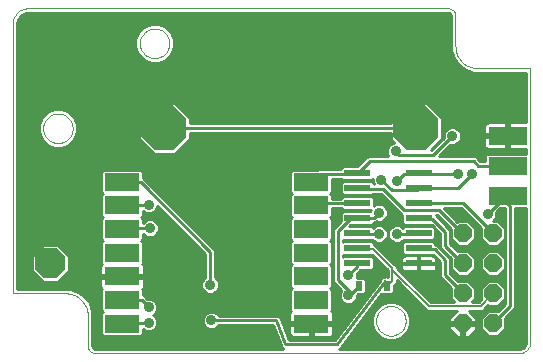
<source format=gbl>
G75*
%MOIN*%
%OFA0B0*%
%FSLAX24Y24*%
%IPPOS*%
%LPD*%
%AMOC8*
5,1,8,0,0,1.08239X$1,22.5*
%
%ADD10C,0.0000*%
%ADD11R,0.0870X0.0240*%
%ADD12OC8,0.1500*%
%ADD13R,0.1181X0.0591*%
%ADD14OC8,0.0600*%
%ADD15R,0.0248X0.0327*%
%ADD16OC8,0.1000*%
%ADD17R,0.1300X0.0600*%
%ADD18C,0.0100*%
%ADD19C,0.0356*%
%ADD20C,0.0080*%
%ADD21C,0.0360*%
D10*
X002650Y001400D02*
X002648Y001454D01*
X002642Y001507D01*
X002633Y001559D01*
X002620Y001611D01*
X002603Y001662D01*
X002582Y001712D01*
X002558Y001759D01*
X002531Y001805D01*
X002500Y001849D01*
X002467Y001891D01*
X002430Y001930D01*
X002391Y001967D01*
X002349Y002000D01*
X002305Y002031D01*
X002259Y002058D01*
X002212Y002082D01*
X002162Y002103D01*
X002111Y002120D01*
X002059Y002133D01*
X002007Y002142D01*
X001954Y002148D01*
X001900Y002150D01*
X000150Y002150D01*
X000150Y011256D01*
X000150Y011150D02*
X000152Y011194D01*
X000158Y011237D01*
X000167Y011279D01*
X000180Y011321D01*
X000197Y011361D01*
X000217Y011400D01*
X000240Y011437D01*
X000267Y011471D01*
X000296Y011504D01*
X000329Y011533D01*
X000363Y011560D01*
X000400Y011583D01*
X000439Y011603D01*
X000479Y011620D01*
X000521Y011633D01*
X000563Y011642D01*
X000606Y011648D01*
X000650Y011650D01*
X014650Y011650D01*
X014680Y011648D01*
X014710Y011643D01*
X014739Y011634D01*
X014766Y011621D01*
X014792Y011606D01*
X014816Y011587D01*
X014837Y011566D01*
X014856Y011542D01*
X014871Y011516D01*
X014884Y011489D01*
X014893Y011460D01*
X014898Y011430D01*
X014900Y011400D01*
X014900Y010400D01*
X014902Y010346D01*
X014908Y010293D01*
X014917Y010241D01*
X014930Y010189D01*
X014947Y010138D01*
X014968Y010088D01*
X014992Y010041D01*
X015019Y009995D01*
X015050Y009951D01*
X015083Y009909D01*
X015120Y009870D01*
X015159Y009833D01*
X015201Y009800D01*
X015245Y009769D01*
X015291Y009742D01*
X015338Y009718D01*
X015388Y009697D01*
X015439Y009680D01*
X015491Y009667D01*
X015543Y009658D01*
X015596Y009652D01*
X015650Y009650D01*
X017400Y009650D01*
X017400Y000544D01*
X017398Y000505D01*
X017392Y000467D01*
X017383Y000430D01*
X017370Y000393D01*
X017353Y000358D01*
X017334Y000325D01*
X017311Y000294D01*
X017285Y000265D01*
X017256Y000239D01*
X017225Y000216D01*
X017192Y000197D01*
X017157Y000180D01*
X017120Y000167D01*
X017083Y000158D01*
X017045Y000152D01*
X017006Y000150D01*
X017150Y000150D02*
X002900Y000150D01*
X002870Y000152D01*
X002840Y000157D01*
X002811Y000166D01*
X002784Y000179D01*
X002758Y000194D01*
X002734Y000213D01*
X002713Y000234D01*
X002694Y000258D01*
X002679Y000284D01*
X002666Y000311D01*
X002657Y000340D01*
X002652Y000370D01*
X002650Y000400D01*
X002650Y001400D01*
X001158Y007650D02*
X001160Y007694D01*
X001166Y007738D01*
X001176Y007781D01*
X001189Y007823D01*
X001207Y007863D01*
X001228Y007902D01*
X001252Y007939D01*
X001279Y007974D01*
X001310Y008006D01*
X001343Y008035D01*
X001379Y008061D01*
X001417Y008083D01*
X001457Y008102D01*
X001498Y008118D01*
X001541Y008130D01*
X001584Y008138D01*
X001628Y008142D01*
X001672Y008142D01*
X001716Y008138D01*
X001759Y008130D01*
X001802Y008118D01*
X001843Y008102D01*
X001883Y008083D01*
X001921Y008061D01*
X001957Y008035D01*
X001990Y008006D01*
X002021Y007974D01*
X002048Y007939D01*
X002072Y007902D01*
X002093Y007863D01*
X002111Y007823D01*
X002124Y007781D01*
X002134Y007738D01*
X002140Y007694D01*
X002142Y007650D01*
X002140Y007606D01*
X002134Y007562D01*
X002124Y007519D01*
X002111Y007477D01*
X002093Y007437D01*
X002072Y007398D01*
X002048Y007361D01*
X002021Y007326D01*
X001990Y007294D01*
X001957Y007265D01*
X001921Y007239D01*
X001883Y007217D01*
X001843Y007198D01*
X001802Y007182D01*
X001759Y007170D01*
X001716Y007162D01*
X001672Y007158D01*
X001628Y007158D01*
X001584Y007162D01*
X001541Y007170D01*
X001498Y007182D01*
X001457Y007198D01*
X001417Y007217D01*
X001379Y007239D01*
X001343Y007265D01*
X001310Y007294D01*
X001279Y007326D01*
X001252Y007361D01*
X001228Y007398D01*
X001207Y007437D01*
X001189Y007477D01*
X001176Y007519D01*
X001166Y007562D01*
X001160Y007606D01*
X001158Y007650D01*
X004382Y010485D02*
X004384Y010529D01*
X004390Y010573D01*
X004400Y010616D01*
X004413Y010658D01*
X004431Y010698D01*
X004452Y010737D01*
X004476Y010774D01*
X004503Y010809D01*
X004534Y010841D01*
X004567Y010870D01*
X004603Y010896D01*
X004641Y010918D01*
X004681Y010937D01*
X004722Y010953D01*
X004765Y010965D01*
X004808Y010973D01*
X004852Y010977D01*
X004896Y010977D01*
X004940Y010973D01*
X004983Y010965D01*
X005026Y010953D01*
X005067Y010937D01*
X005107Y010918D01*
X005145Y010896D01*
X005181Y010870D01*
X005214Y010841D01*
X005245Y010809D01*
X005272Y010774D01*
X005296Y010737D01*
X005317Y010698D01*
X005335Y010658D01*
X005348Y010616D01*
X005358Y010573D01*
X005364Y010529D01*
X005366Y010485D01*
X005364Y010441D01*
X005358Y010397D01*
X005348Y010354D01*
X005335Y010312D01*
X005317Y010272D01*
X005296Y010233D01*
X005272Y010196D01*
X005245Y010161D01*
X005214Y010129D01*
X005181Y010100D01*
X005145Y010074D01*
X005107Y010052D01*
X005067Y010033D01*
X005026Y010017D01*
X004983Y010005D01*
X004940Y009997D01*
X004896Y009993D01*
X004852Y009993D01*
X004808Y009997D01*
X004765Y010005D01*
X004722Y010017D01*
X004681Y010033D01*
X004641Y010052D01*
X004603Y010074D01*
X004567Y010100D01*
X004534Y010129D01*
X004503Y010161D01*
X004476Y010196D01*
X004452Y010233D01*
X004431Y010272D01*
X004413Y010312D01*
X004400Y010354D01*
X004390Y010397D01*
X004384Y010441D01*
X004382Y010485D01*
X012256Y001233D02*
X012258Y001277D01*
X012264Y001321D01*
X012274Y001364D01*
X012287Y001406D01*
X012305Y001446D01*
X012326Y001485D01*
X012350Y001522D01*
X012377Y001557D01*
X012408Y001589D01*
X012441Y001618D01*
X012477Y001644D01*
X012515Y001666D01*
X012555Y001685D01*
X012596Y001701D01*
X012639Y001713D01*
X012682Y001721D01*
X012726Y001725D01*
X012770Y001725D01*
X012814Y001721D01*
X012857Y001713D01*
X012900Y001701D01*
X012941Y001685D01*
X012981Y001666D01*
X013019Y001644D01*
X013055Y001618D01*
X013088Y001589D01*
X013119Y001557D01*
X013146Y001522D01*
X013170Y001485D01*
X013191Y001446D01*
X013209Y001406D01*
X013222Y001364D01*
X013232Y001321D01*
X013238Y001277D01*
X013240Y001233D01*
X013238Y001189D01*
X013232Y001145D01*
X013222Y001102D01*
X013209Y001060D01*
X013191Y001020D01*
X013170Y000981D01*
X013146Y000944D01*
X013119Y000909D01*
X013088Y000877D01*
X013055Y000848D01*
X013019Y000822D01*
X012981Y000800D01*
X012941Y000781D01*
X012900Y000765D01*
X012857Y000753D01*
X012814Y000745D01*
X012770Y000741D01*
X012726Y000741D01*
X012682Y000745D01*
X012639Y000753D01*
X012596Y000765D01*
X012555Y000781D01*
X012515Y000800D01*
X012477Y000822D01*
X012441Y000848D01*
X012408Y000877D01*
X012377Y000909D01*
X012350Y000944D01*
X012326Y000981D01*
X012305Y001020D01*
X012287Y001060D01*
X012274Y001102D01*
X012264Y001145D01*
X012258Y001189D01*
X012256Y001233D01*
D11*
X011625Y003150D03*
X011625Y003650D03*
X011625Y004150D03*
X011625Y004650D03*
X011625Y005150D03*
X011625Y005650D03*
X011625Y006150D03*
X013675Y006150D03*
X013675Y005650D03*
X013675Y005150D03*
X013675Y004650D03*
X013675Y004150D03*
X013675Y003650D03*
X013675Y003150D03*
D12*
X013600Y007650D03*
X005200Y007650D03*
D13*
X003788Y005869D03*
X003788Y005081D03*
X003788Y004294D03*
X003788Y003506D03*
X003788Y002719D03*
X003788Y001931D03*
X003788Y001144D03*
X010087Y001144D03*
X010087Y001931D03*
X010087Y002719D03*
X010087Y003506D03*
X010087Y004294D03*
X010087Y005081D03*
X010087Y005869D03*
D14*
X015150Y004150D03*
X016150Y004150D03*
X016150Y003150D03*
X015150Y003150D03*
X015150Y002150D03*
X016150Y002150D03*
X016150Y001150D03*
X015150Y001150D03*
D15*
X012603Y002400D03*
X011697Y002400D03*
D16*
X001400Y003150D03*
D17*
X016650Y005400D03*
X016650Y006400D03*
X016650Y007400D03*
D18*
X016650Y008650D01*
X017250Y008621D02*
X000300Y008621D01*
X000300Y008523D02*
X017250Y008523D01*
X017250Y008424D02*
X014042Y008424D01*
X013956Y008510D02*
X013244Y008510D01*
X012740Y008006D01*
X012740Y007830D01*
X006060Y007830D01*
X006060Y008006D01*
X005556Y008510D01*
X004844Y008510D01*
X004340Y008006D01*
X004340Y007294D01*
X004844Y006790D01*
X005556Y006790D01*
X006060Y007294D01*
X006060Y007510D01*
X012740Y007510D01*
X012740Y007294D01*
X012861Y007172D01*
X012848Y007172D01*
X012742Y007128D01*
X012660Y007047D01*
X012616Y006940D01*
X012616Y006825D01*
X012656Y006727D01*
X011973Y006727D01*
X011626Y006380D01*
X011144Y006380D01*
X011080Y006316D01*
X011080Y006294D01*
X010320Y006294D01*
X010299Y006274D01*
X009451Y006274D01*
X009386Y006209D01*
X009386Y005528D01*
X009439Y005475D01*
X009386Y005422D01*
X009386Y004740D01*
X009439Y004687D01*
X009386Y004635D01*
X009386Y003953D01*
X009439Y003900D01*
X009386Y003847D01*
X009386Y003165D01*
X009439Y003113D01*
X009386Y003060D01*
X009386Y002378D01*
X009439Y002325D01*
X009386Y002272D01*
X009386Y001591D01*
X009413Y001564D01*
X009404Y001559D01*
X009376Y001531D01*
X009357Y001497D01*
X009346Y001459D01*
X009346Y001194D01*
X010037Y001194D01*
X010037Y001094D01*
X010137Y001094D01*
X010137Y000699D01*
X010697Y000699D01*
X010735Y000709D01*
X010770Y000729D01*
X010798Y000757D01*
X010817Y000791D01*
X010828Y000829D01*
X010828Y001094D01*
X010137Y001094D01*
X010137Y001194D01*
X010828Y001194D01*
X010828Y001459D01*
X010817Y001497D01*
X010798Y001531D01*
X010770Y001559D01*
X010761Y001564D01*
X010788Y001591D01*
X010788Y002272D01*
X010735Y002325D01*
X010788Y002378D01*
X010788Y003060D01*
X010735Y003113D01*
X010788Y003165D01*
X010788Y003847D01*
X010735Y003900D01*
X010788Y003953D01*
X010788Y004635D01*
X010735Y004687D01*
X010788Y004740D01*
X010788Y004990D01*
X011080Y004990D01*
X011080Y004984D01*
X011144Y004920D01*
X012076Y004920D01*
X012065Y004893D01*
X012065Y004880D01*
X011144Y004880D01*
X011080Y004816D01*
X011080Y004574D01*
X010817Y004311D01*
X010817Y002525D01*
X010910Y002431D01*
X010910Y002431D01*
X011092Y002250D01*
X011085Y002243D01*
X011041Y002137D01*
X011041Y002021D01*
X011085Y001915D01*
X011167Y001833D01*
X011273Y001789D01*
X011389Y001789D01*
X011495Y001833D01*
X011577Y001915D01*
X011621Y002021D01*
X011621Y002103D01*
X011644Y002127D01*
X011867Y002127D01*
X011931Y002191D01*
X011931Y002609D01*
X011867Y002673D01*
X011614Y002673D01*
X011621Y002691D01*
X011621Y002806D01*
X011619Y002810D01*
X011729Y002920D01*
X012106Y002920D01*
X012170Y002984D01*
X012170Y003316D01*
X012106Y003380D01*
X011144Y003380D01*
X011137Y003372D01*
X011137Y003428D01*
X011144Y003420D01*
X012106Y003420D01*
X012123Y003437D01*
X012638Y002923D01*
X012638Y002687D01*
X012636Y002688D01*
X012596Y002719D01*
X012579Y002717D01*
X012563Y002724D01*
X012515Y002708D01*
X012464Y002701D01*
X012454Y002687D01*
X012438Y002682D01*
X012433Y002673D01*
X012369Y002609D01*
X012369Y002576D01*
X010872Y000611D01*
X009341Y000611D01*
X009090Y001281D01*
X009090Y001319D01*
X009067Y001341D01*
X009056Y001371D01*
X009022Y001386D01*
X008996Y001412D01*
X008964Y001412D01*
X008935Y001425D01*
X008900Y001412D01*
X007012Y001412D01*
X007010Y001417D01*
X006928Y001498D01*
X006822Y001542D01*
X006706Y001542D01*
X006600Y001498D01*
X006518Y001417D01*
X006474Y001310D01*
X006474Y001195D01*
X006518Y001088D01*
X006600Y001007D01*
X006706Y000962D01*
X006822Y000962D01*
X006928Y001007D01*
X007010Y001088D01*
X007012Y001092D01*
X008819Y001092D01*
X009071Y000422D01*
X009071Y000385D01*
X009093Y000363D01*
X009104Y000333D01*
X009138Y000317D01*
X009156Y000300D01*
X002900Y000300D01*
X002874Y000303D01*
X002829Y000329D01*
X002803Y000374D01*
X002800Y000400D01*
X002800Y001543D01*
X002712Y001814D01*
X002544Y002044D01*
X002314Y002212D01*
X002314Y002212D01*
X002043Y002300D01*
X000300Y002300D01*
X000300Y011150D01*
X000307Y011218D01*
X000359Y011344D01*
X000456Y011441D01*
X000582Y011493D01*
X000650Y011500D01*
X014650Y011500D01*
X014676Y011497D01*
X014721Y011471D01*
X014747Y011426D01*
X014750Y011400D01*
X014750Y010257D01*
X014838Y009986D01*
X015006Y009756D01*
X015236Y009588D01*
X015236Y009588D01*
X015507Y009500D01*
X017250Y009500D01*
X017250Y007850D01*
X016700Y007850D01*
X016700Y007450D01*
X016600Y007450D01*
X016600Y007850D01*
X015980Y007850D01*
X015942Y007840D01*
X015908Y007820D01*
X015880Y007792D01*
X015860Y007758D01*
X015850Y007720D01*
X015850Y007450D01*
X016600Y007450D01*
X016600Y007350D01*
X016700Y007350D01*
X016700Y006950D01*
X017250Y006950D01*
X017250Y006810D01*
X015954Y006810D01*
X015890Y006746D01*
X015890Y006570D01*
X015728Y006570D01*
X015664Y006634D01*
X015571Y006727D01*
X014355Y006727D01*
X014734Y007106D01*
X014738Y007104D01*
X014853Y007104D01*
X014960Y007148D01*
X015042Y007230D01*
X015086Y007336D01*
X015086Y007452D01*
X015042Y007558D01*
X014960Y007640D01*
X014853Y007684D01*
X014738Y007684D01*
X014631Y007640D01*
X014550Y007558D01*
X014506Y007452D01*
X014506Y007336D01*
X014507Y007332D01*
X014099Y006924D01*
X014090Y006924D01*
X014460Y007294D01*
X014460Y008006D01*
X013956Y008510D01*
X014141Y008326D02*
X017250Y008326D01*
X017250Y008227D02*
X014239Y008227D01*
X014338Y008129D02*
X017250Y008129D01*
X017250Y008030D02*
X014436Y008030D01*
X014460Y007932D02*
X017250Y007932D01*
X016700Y007833D02*
X016600Y007833D01*
X016600Y007735D02*
X016700Y007735D01*
X016700Y007636D02*
X016600Y007636D01*
X016600Y007538D02*
X016700Y007538D01*
X016600Y007439D02*
X015086Y007439D01*
X015086Y007341D02*
X015850Y007341D01*
X015850Y007350D02*
X015850Y007080D01*
X015860Y007042D01*
X015880Y007008D01*
X015908Y006980D01*
X015942Y006960D01*
X015980Y006950D01*
X016600Y006950D01*
X016600Y007350D01*
X015850Y007350D01*
X015850Y007242D02*
X015047Y007242D01*
X014949Y007144D02*
X015850Y007144D01*
X015859Y007045D02*
X014673Y007045D01*
X014574Y006947D02*
X017250Y006947D01*
X017250Y006848D02*
X014476Y006848D01*
X014377Y006750D02*
X015894Y006750D01*
X015890Y006651D02*
X015647Y006651D01*
X015504Y006567D02*
X012040Y006567D01*
X011646Y006174D01*
X011625Y006150D01*
X011607Y006134D01*
X010386Y006134D01*
X010111Y005859D01*
X010087Y005869D01*
X009386Y005863D02*
X004624Y005863D01*
X004562Y005925D02*
X004488Y005999D01*
X004488Y006209D01*
X004424Y006274D01*
X003152Y006274D01*
X003087Y006209D01*
X003087Y005528D01*
X003140Y005475D01*
X003087Y005422D01*
X003087Y004740D01*
X003140Y004687D01*
X003087Y004635D01*
X003087Y003953D01*
X003140Y003900D01*
X003087Y003847D01*
X003087Y003165D01*
X003114Y003139D01*
X003105Y003134D01*
X003077Y003106D01*
X003057Y003072D01*
X003047Y003034D01*
X003047Y002769D01*
X003738Y002769D01*
X003738Y002669D01*
X003047Y002669D01*
X003047Y002404D01*
X003057Y002366D01*
X003077Y002332D01*
X003105Y002304D01*
X003114Y002299D01*
X003087Y002272D01*
X003087Y001591D01*
X003140Y001538D01*
X003087Y001485D01*
X003087Y000803D01*
X003152Y000739D01*
X004424Y000739D01*
X004488Y000803D01*
X004488Y000953D01*
X004513Y000928D01*
X004620Y000884D01*
X004735Y000884D01*
X004842Y000928D01*
X004923Y001009D01*
X004968Y001116D01*
X004968Y001231D01*
X004923Y001338D01*
X004842Y001419D01*
X004818Y001430D01*
X004842Y001440D01*
X004923Y001521D01*
X004968Y001628D01*
X004968Y001743D01*
X004923Y001850D01*
X004842Y001931D01*
X004735Y001975D01*
X004620Y001975D01*
X004616Y001974D01*
X004601Y001988D01*
X004508Y002082D01*
X004488Y002082D01*
X004488Y002272D01*
X004462Y002299D01*
X004470Y002304D01*
X004498Y002332D01*
X004518Y002366D01*
X004528Y002404D01*
X004528Y002669D01*
X003838Y002669D01*
X003838Y002769D01*
X004528Y002769D01*
X004528Y003034D01*
X004518Y003072D01*
X004498Y003106D01*
X004470Y003134D01*
X004462Y003139D01*
X004488Y003165D01*
X004488Y003847D01*
X004435Y003900D01*
X004488Y003953D01*
X004488Y004142D01*
X004553Y004077D01*
X004659Y004033D01*
X004775Y004033D01*
X004881Y004077D01*
X004963Y004159D01*
X005007Y004266D01*
X005007Y004381D01*
X004963Y004488D01*
X004881Y004569D01*
X004775Y004613D01*
X004659Y004613D01*
X004553Y004569D01*
X004488Y004505D01*
X004488Y004635D01*
X004435Y004687D01*
X004488Y004740D01*
X004488Y004890D01*
X004513Y004865D01*
X004620Y004821D01*
X004735Y004821D01*
X004842Y004865D01*
X004923Y004946D01*
X004968Y005053D01*
X004968Y005067D01*
X006565Y003470D01*
X006565Y002681D01*
X006561Y002679D01*
X006479Y002598D01*
X006435Y002491D01*
X006435Y002376D01*
X006479Y002269D01*
X006561Y002188D01*
X006667Y002143D01*
X006782Y002143D01*
X006889Y002188D01*
X006971Y002269D01*
X007015Y002376D01*
X007015Y002491D01*
X006971Y002598D01*
X006889Y002679D01*
X006885Y002681D01*
X006885Y003470D01*
X006885Y003602D01*
X004562Y005925D01*
X004525Y005962D02*
X009386Y005962D01*
X009386Y006060D02*
X004488Y006060D01*
X004488Y006159D02*
X009386Y006159D01*
X009434Y006257D02*
X004441Y006257D01*
X004402Y005859D02*
X003811Y005859D01*
X003788Y005869D01*
X004402Y005859D02*
X006725Y003536D01*
X006725Y002433D01*
X006459Y002317D02*
X004484Y002317D01*
X004488Y002219D02*
X006530Y002219D01*
X006435Y002416D02*
X004528Y002416D01*
X004528Y002514D02*
X006444Y002514D01*
X006494Y002613D02*
X004528Y002613D01*
X004528Y002810D02*
X006565Y002810D01*
X006565Y002908D02*
X004528Y002908D01*
X004528Y003007D02*
X006565Y003007D01*
X006565Y003105D02*
X004499Y003105D01*
X004488Y003204D02*
X006565Y003204D01*
X006565Y003302D02*
X004488Y003302D01*
X004488Y003401D02*
X006565Y003401D01*
X006535Y003499D02*
X004488Y003499D01*
X004488Y003598D02*
X006437Y003598D01*
X006338Y003696D02*
X004488Y003696D01*
X004488Y003795D02*
X006240Y003795D01*
X006141Y003893D02*
X004442Y003893D01*
X004488Y003992D02*
X006043Y003992D01*
X005944Y004090D02*
X004894Y004090D01*
X004975Y004189D02*
X005846Y004189D01*
X005747Y004287D02*
X005007Y004287D01*
X005005Y004386D02*
X005649Y004386D01*
X005550Y004484D02*
X004964Y004484D01*
X004849Y004583D02*
X005452Y004583D01*
X005353Y004681D02*
X004442Y004681D01*
X004488Y004583D02*
X004585Y004583D01*
X004488Y004780D02*
X005255Y004780D01*
X005156Y004878D02*
X004855Y004878D01*
X004936Y004977D02*
X005058Y004977D01*
X005313Y005174D02*
X009386Y005174D01*
X009386Y005272D02*
X005215Y005272D01*
X005116Y005371D02*
X009386Y005371D01*
X009434Y005469D02*
X005018Y005469D01*
X004919Y005568D02*
X009386Y005568D01*
X009386Y005666D02*
X004821Y005666D01*
X004722Y005765D02*
X009386Y005765D01*
X009386Y005075D02*
X005412Y005075D01*
X005510Y004977D02*
X009386Y004977D01*
X009386Y004878D02*
X005609Y004878D01*
X005707Y004780D02*
X009386Y004780D01*
X009433Y004681D02*
X005806Y004681D01*
X005904Y004583D02*
X009386Y004583D01*
X009386Y004484D02*
X006003Y004484D01*
X006101Y004386D02*
X009386Y004386D01*
X009386Y004287D02*
X006200Y004287D01*
X006298Y004189D02*
X009386Y004189D01*
X009386Y004090D02*
X006397Y004090D01*
X006495Y003992D02*
X009386Y003992D01*
X009432Y003893D02*
X006594Y003893D01*
X006692Y003795D02*
X009386Y003795D01*
X009386Y003696D02*
X006791Y003696D01*
X006885Y003598D02*
X009386Y003598D01*
X009386Y003499D02*
X006885Y003499D01*
X006885Y003401D02*
X009386Y003401D01*
X009386Y003302D02*
X006885Y003302D01*
X006885Y003204D02*
X009386Y003204D01*
X009432Y003105D02*
X006885Y003105D01*
X006885Y003007D02*
X009386Y003007D01*
X009386Y002908D02*
X006885Y002908D01*
X006885Y002810D02*
X009386Y002810D01*
X009386Y002711D02*
X006885Y002711D01*
X006956Y002613D02*
X009386Y002613D01*
X009386Y002514D02*
X007005Y002514D01*
X007015Y002416D02*
X009386Y002416D01*
X009431Y002317D02*
X006990Y002317D01*
X006920Y002219D02*
X009386Y002219D01*
X009386Y002120D02*
X004488Y002120D01*
X004568Y002022D02*
X009386Y002022D01*
X009386Y001923D02*
X004850Y001923D01*
X004934Y001825D02*
X009386Y001825D01*
X009386Y001726D02*
X004968Y001726D01*
X004967Y001628D02*
X009386Y001628D01*
X009375Y001529D02*
X006854Y001529D01*
X006996Y001431D02*
X009346Y001431D01*
X009346Y001332D02*
X009076Y001332D01*
X009108Y001234D02*
X009346Y001234D01*
X009346Y001094D02*
X009346Y000829D01*
X009357Y000791D01*
X009376Y000757D01*
X009404Y000729D01*
X009439Y000709D01*
X009477Y000699D01*
X010037Y000699D01*
X010037Y001094D01*
X009346Y001094D01*
X009346Y001037D02*
X009182Y001037D01*
X009145Y001135D02*
X010037Y001135D01*
X010037Y001037D02*
X010137Y001037D01*
X010137Y001135D02*
X011271Y001135D01*
X011196Y001037D02*
X010828Y001037D01*
X010828Y000938D02*
X011121Y000938D01*
X011046Y000840D02*
X010828Y000840D01*
X010782Y000741D02*
X010971Y000741D01*
X010896Y000643D02*
X009330Y000643D01*
X009293Y000741D02*
X009392Y000741D01*
X009346Y000840D02*
X009256Y000840D01*
X009219Y000938D02*
X009346Y000938D01*
X008951Y000741D02*
X004426Y000741D01*
X004488Y000840D02*
X008914Y000840D01*
X008877Y000938D02*
X004852Y000938D01*
X004935Y001037D02*
X006570Y001037D01*
X006499Y001135D02*
X004968Y001135D01*
X004967Y001234D02*
X006474Y001234D01*
X006483Y001332D02*
X004926Y001332D01*
X004820Y001431D02*
X006532Y001431D01*
X006674Y001529D02*
X004927Y001529D01*
X004678Y001685D02*
X004441Y001922D01*
X003811Y001922D01*
X003788Y001931D01*
X003087Y001923D02*
X002632Y001923D01*
X002561Y002022D02*
X003087Y002022D01*
X003087Y002120D02*
X002440Y002120D01*
X002544Y002044D02*
X002544Y002044D01*
X002544Y002044D01*
X002704Y001825D02*
X003087Y001825D01*
X003087Y001726D02*
X002740Y001726D01*
X002712Y001814D02*
X002712Y001814D01*
X002772Y001628D02*
X003087Y001628D01*
X003131Y001529D02*
X002800Y001529D01*
X002800Y001431D02*
X003087Y001431D01*
X003087Y001332D02*
X002800Y001332D01*
X002800Y001234D02*
X003087Y001234D01*
X003087Y001135D02*
X002800Y001135D01*
X002800Y001037D02*
X003087Y001037D01*
X003087Y000938D02*
X002800Y000938D01*
X002800Y000840D02*
X003087Y000840D01*
X003149Y000741D02*
X002800Y000741D01*
X002800Y000643D02*
X008988Y000643D01*
X009025Y000544D02*
X002800Y000544D01*
X002800Y000446D02*
X009062Y000446D01*
X009099Y000347D02*
X002819Y000347D01*
X003788Y001144D02*
X003811Y001174D01*
X004678Y001174D01*
X004503Y000938D02*
X004488Y000938D01*
X003087Y002219D02*
X002293Y002219D01*
X001653Y002540D02*
X002010Y002897D01*
X002010Y003403D01*
X001653Y003760D01*
X001147Y003760D01*
X000790Y003403D01*
X000790Y002897D01*
X001147Y002540D01*
X001653Y002540D01*
X001725Y002613D02*
X003047Y002613D01*
X003047Y002514D02*
X000300Y002514D01*
X000300Y002416D02*
X003047Y002416D01*
X003092Y002317D02*
X000300Y002317D01*
X000300Y002613D02*
X001075Y002613D01*
X000976Y002711D02*
X000300Y002711D01*
X000300Y002810D02*
X000878Y002810D01*
X000790Y002908D02*
X000300Y002908D01*
X000300Y003007D02*
X000790Y003007D01*
X000790Y003105D02*
X000300Y003105D01*
X000300Y003204D02*
X000790Y003204D01*
X000790Y003302D02*
X000300Y003302D01*
X000300Y003401D02*
X000790Y003401D01*
X000886Y003499D02*
X000300Y003499D01*
X000300Y003598D02*
X000985Y003598D01*
X001083Y003696D02*
X000300Y003696D01*
X000300Y003795D02*
X003087Y003795D01*
X003087Y003696D02*
X001717Y003696D01*
X001815Y003598D02*
X003087Y003598D01*
X003087Y003499D02*
X001914Y003499D01*
X002010Y003401D02*
X003087Y003401D01*
X003087Y003302D02*
X002010Y003302D01*
X002010Y003204D02*
X003087Y003204D01*
X003076Y003105D02*
X002010Y003105D01*
X002010Y003007D02*
X003047Y003007D01*
X003047Y002908D02*
X002010Y002908D01*
X001922Y002810D02*
X003047Y002810D01*
X003738Y002711D02*
X001824Y002711D01*
X003133Y003893D02*
X000300Y003893D01*
X000300Y003992D02*
X003087Y003992D01*
X003087Y004090D02*
X000300Y004090D01*
X000300Y004189D02*
X003087Y004189D01*
X003087Y004287D02*
X000300Y004287D01*
X000300Y004386D02*
X003087Y004386D01*
X003087Y004484D02*
X000300Y004484D01*
X000300Y004583D02*
X003087Y004583D01*
X003134Y004681D02*
X000300Y004681D01*
X000300Y004780D02*
X003087Y004780D01*
X003087Y004878D02*
X000300Y004878D01*
X000300Y004977D02*
X003087Y004977D01*
X003087Y005075D02*
X000300Y005075D01*
X000300Y005174D02*
X003087Y005174D01*
X003087Y005272D02*
X000300Y005272D01*
X000300Y005371D02*
X003087Y005371D01*
X003134Y005469D02*
X000300Y005469D01*
X000300Y005568D02*
X003087Y005568D01*
X003087Y005666D02*
X000300Y005666D01*
X000300Y005765D02*
X003087Y005765D01*
X003087Y005863D02*
X000300Y005863D01*
X000300Y005962D02*
X003087Y005962D01*
X003087Y006060D02*
X000300Y006060D01*
X000300Y006159D02*
X003087Y006159D01*
X003135Y006257D02*
X000300Y006257D01*
X000300Y006356D02*
X011120Y006356D01*
X011090Y005974D02*
X010788Y005974D01*
X010788Y005528D01*
X010735Y005475D01*
X010788Y005422D01*
X010788Y005310D01*
X011080Y005310D01*
X011080Y005316D01*
X011144Y005380D01*
X012106Y005380D01*
X012170Y005316D01*
X012170Y005060D01*
X012190Y005081D01*
X012297Y005125D01*
X012412Y005125D01*
X012519Y005081D01*
X012601Y004999D01*
X012645Y004893D01*
X012645Y004777D01*
X012601Y004671D01*
X012519Y004589D01*
X012412Y004545D01*
X012297Y004545D01*
X012293Y004547D01*
X012264Y004518D01*
X012170Y004518D01*
X012170Y004484D01*
X013130Y004484D01*
X013194Y004420D01*
X014118Y004420D01*
X014399Y004139D01*
X014399Y003666D01*
X014743Y003323D01*
X014740Y003320D01*
X014740Y002980D01*
X014980Y002740D01*
X015320Y002740D01*
X015560Y002980D01*
X015560Y003320D01*
X015320Y003560D01*
X014980Y003560D01*
X014969Y003549D01*
X014719Y003799D01*
X014719Y004271D01*
X014626Y004365D01*
X014237Y004754D01*
X014296Y004754D01*
X014740Y004310D01*
X014740Y003980D01*
X014980Y003740D01*
X015320Y003740D01*
X015560Y003980D01*
X015560Y004320D01*
X015320Y004560D01*
X014980Y004560D01*
X014961Y004541D01*
X014513Y004990D01*
X015084Y004990D01*
X015747Y004327D01*
X015740Y004320D01*
X015740Y003980D01*
X015980Y003740D01*
X016320Y003740D01*
X016560Y003980D01*
X016560Y004320D01*
X016320Y004560D01*
X016151Y004560D01*
X016223Y004631D01*
X016267Y004738D01*
X016267Y004853D01*
X016265Y004858D01*
X016397Y004990D01*
X016565Y004990D01*
X016565Y001791D01*
X016327Y001553D01*
X016320Y001560D01*
X015980Y001560D01*
X015740Y001320D01*
X015740Y000980D01*
X015980Y000740D01*
X016320Y000740D01*
X016560Y000980D01*
X016560Y001320D01*
X016553Y001327D01*
X016791Y001565D01*
X016885Y001659D01*
X016885Y004990D01*
X017250Y004990D01*
X017250Y000544D01*
X011223Y000544D01*
X011148Y000446D02*
X017224Y000446D01*
X017209Y000408D02*
X017142Y000341D01*
X017054Y000305D01*
X017006Y000300D01*
X011027Y000300D01*
X011038Y000301D01*
X011072Y000346D01*
X011111Y000385D01*
X011111Y000397D01*
X012431Y002129D01*
X012433Y002127D01*
X012772Y002127D01*
X012837Y002191D01*
X012837Y002388D01*
X012938Y002489D01*
X012938Y002583D01*
X013946Y001575D01*
X014938Y001575D01*
X014700Y001336D01*
X014700Y001200D01*
X015100Y001200D01*
X015100Y001100D01*
X015200Y001100D01*
X015200Y001200D01*
X015600Y001200D01*
X015600Y001336D01*
X015362Y001575D01*
X015803Y001575D01*
X015891Y001663D01*
X015974Y001746D01*
X015980Y001740D01*
X016320Y001740D01*
X016560Y001980D01*
X016560Y002320D01*
X016320Y002560D01*
X015980Y002560D01*
X015740Y002320D01*
X015740Y001980D01*
X015762Y001958D01*
X015678Y001875D01*
X015455Y001875D01*
X015560Y001980D01*
X015560Y002320D01*
X015320Y002560D01*
X014980Y002560D01*
X014977Y002557D01*
X014719Y002815D01*
X014719Y003327D01*
X014626Y003420D01*
X014271Y003775D01*
X014220Y003775D01*
X014220Y003816D01*
X014156Y003880D01*
X013194Y003880D01*
X013130Y003816D01*
X013130Y003484D01*
X013194Y003420D01*
X014156Y003420D01*
X014164Y003429D01*
X014399Y003194D01*
X014399Y002682D01*
X014751Y002331D01*
X014740Y002320D01*
X014740Y001980D01*
X014845Y001875D01*
X014070Y001875D01*
X012977Y002968D01*
X012938Y003007D01*
X012938Y003047D01*
X012850Y003135D01*
X012220Y003765D01*
X012170Y003765D01*
X012170Y003816D01*
X012106Y003880D01*
X011144Y003880D01*
X011137Y003872D01*
X011137Y003928D01*
X011144Y003920D01*
X012106Y003920D01*
X012128Y003943D01*
X012190Y003881D01*
X012297Y003836D01*
X012412Y003836D01*
X012519Y003881D01*
X012601Y003962D01*
X012645Y004069D01*
X012645Y004184D01*
X012601Y004291D01*
X012519Y004372D01*
X012412Y004416D01*
X012297Y004416D01*
X012190Y004372D01*
X012152Y004334D01*
X012106Y004380D01*
X011339Y004380D01*
X011379Y004420D01*
X012106Y004420D01*
X012170Y004484D01*
X012223Y004386D02*
X011344Y004386D01*
X011080Y004583D02*
X010788Y004583D01*
X010788Y004484D02*
X010990Y004484D01*
X010892Y004386D02*
X010788Y004386D01*
X010788Y004287D02*
X010817Y004287D01*
X010817Y004189D02*
X010788Y004189D01*
X010788Y004090D02*
X010817Y004090D01*
X010817Y003992D02*
X010788Y003992D01*
X010817Y003893D02*
X010742Y003893D01*
X010788Y003795D02*
X010817Y003795D01*
X010817Y003696D02*
X010788Y003696D01*
X010788Y003598D02*
X010817Y003598D01*
X010817Y003499D02*
X010788Y003499D01*
X010788Y003401D02*
X010817Y003401D01*
X010817Y003302D02*
X010788Y003302D01*
X010788Y003204D02*
X010817Y003204D01*
X010817Y003105D02*
X010742Y003105D01*
X010788Y003007D02*
X010817Y003007D01*
X010817Y002908D02*
X010788Y002908D01*
X010788Y002810D02*
X010817Y002810D01*
X010817Y002711D02*
X010788Y002711D01*
X010788Y002613D02*
X010817Y002613D01*
X010827Y002514D02*
X010788Y002514D01*
X010788Y002416D02*
X010926Y002416D01*
X011024Y002317D02*
X010743Y002317D01*
X010788Y002219D02*
X011075Y002219D01*
X011041Y002120D02*
X010788Y002120D01*
X010788Y002022D02*
X011041Y002022D01*
X011082Y001923D02*
X010788Y001923D01*
X010788Y001825D02*
X011188Y001825D01*
X011474Y001825D02*
X011796Y001825D01*
X011871Y001923D02*
X011580Y001923D01*
X011621Y002022D02*
X011947Y002022D01*
X012022Y002120D02*
X011638Y002120D01*
X011410Y002158D02*
X011331Y002079D01*
X011370Y002079D01*
X011685Y002394D01*
X011697Y002400D01*
X011931Y002416D02*
X012247Y002416D01*
X012322Y002514D02*
X011931Y002514D01*
X011928Y002613D02*
X012372Y002613D01*
X012433Y002673D02*
X012433Y002673D01*
X012524Y002711D02*
X011621Y002711D01*
X011620Y002810D02*
X012638Y002810D01*
X012638Y002908D02*
X011717Y002908D01*
X011607Y003024D02*
X011331Y002748D01*
X010977Y002591D02*
X010977Y004244D01*
X011370Y004638D01*
X011607Y004638D01*
X011625Y004650D01*
X011646Y004678D01*
X012197Y004678D01*
X012355Y004835D01*
X012605Y004681D02*
X013130Y004681D01*
X013130Y004754D02*
X013130Y004484D01*
X013130Y004583D02*
X012503Y004583D01*
X012487Y004386D02*
X012813Y004386D01*
X012781Y004372D02*
X012699Y004291D01*
X012655Y004184D01*
X012655Y004069D01*
X012699Y003962D01*
X012781Y003881D01*
X012888Y003836D01*
X013003Y003836D01*
X013110Y003881D01*
X013172Y003943D01*
X013194Y003920D01*
X014156Y003920D01*
X014220Y003984D01*
X014220Y004316D01*
X014156Y004380D01*
X013194Y004380D01*
X013148Y004334D01*
X013110Y004372D01*
X013003Y004416D01*
X012888Y004416D01*
X012781Y004372D01*
X012698Y004287D02*
X012602Y004287D01*
X012643Y004189D02*
X012657Y004189D01*
X012645Y004090D02*
X012655Y004090D01*
X012687Y003992D02*
X012613Y003992D01*
X012531Y003893D02*
X012769Y003893D01*
X012945Y004126D02*
X013654Y004126D01*
X013675Y004150D01*
X014153Y004386D02*
X013077Y004386D01*
X013115Y004754D02*
X013130Y004754D01*
X013115Y004754D02*
X013021Y004848D01*
X012407Y005462D01*
X012148Y005462D01*
X012106Y005420D01*
X011144Y005420D01*
X011080Y005484D01*
X011080Y005816D01*
X011144Y005880D01*
X012106Y005880D01*
X012170Y005816D01*
X012170Y005782D01*
X012184Y005782D01*
X012143Y005880D01*
X012143Y005958D01*
X012106Y005920D01*
X011144Y005920D01*
X011090Y005974D01*
X011103Y005962D02*
X010788Y005962D01*
X010788Y005863D02*
X011127Y005863D01*
X011080Y005765D02*
X010788Y005765D01*
X010788Y005666D02*
X011080Y005666D01*
X011080Y005568D02*
X010788Y005568D01*
X010740Y005469D02*
X011095Y005469D01*
X011135Y005371D02*
X010788Y005371D01*
X010788Y004977D02*
X011088Y004977D01*
X011142Y004878D02*
X010788Y004878D01*
X010788Y004780D02*
X011080Y004780D01*
X011080Y004681D02*
X010741Y004681D01*
X010150Y005150D02*
X010111Y005111D01*
X010087Y005081D01*
X010150Y005150D02*
X011625Y005150D01*
X012115Y005371D02*
X012498Y005371D01*
X012597Y005272D02*
X012170Y005272D01*
X012170Y005174D02*
X012695Y005174D01*
X012794Y005075D02*
X012525Y005075D01*
X012610Y004977D02*
X012892Y004977D01*
X012991Y004878D02*
X012645Y004878D01*
X012645Y004780D02*
X013089Y004780D01*
X013181Y004914D02*
X014363Y004914D01*
X015150Y004126D01*
X015150Y004150D01*
X015560Y004189D02*
X015740Y004189D01*
X015740Y004287D02*
X015560Y004287D01*
X015494Y004386D02*
X015688Y004386D01*
X015590Y004484D02*
X015396Y004484D01*
X015491Y004583D02*
X014920Y004583D01*
X014822Y004681D02*
X015393Y004681D01*
X015294Y004780D02*
X014723Y004780D01*
X014625Y004878D02*
X015196Y004878D01*
X015097Y004977D02*
X014526Y004977D01*
X014369Y004681D02*
X014310Y004681D01*
X014408Y004583D02*
X014468Y004583D01*
X014507Y004484D02*
X014566Y004484D01*
X014605Y004386D02*
X014665Y004386D01*
X014704Y004287D02*
X014740Y004287D01*
X014740Y004189D02*
X014719Y004189D01*
X014719Y004090D02*
X014740Y004090D01*
X014740Y003992D02*
X014719Y003992D01*
X014719Y003893D02*
X014827Y003893D01*
X014926Y003795D02*
X014724Y003795D01*
X014822Y003696D02*
X016565Y003696D01*
X016565Y003598D02*
X014921Y003598D01*
X014665Y003401D02*
X014645Y003401D01*
X014719Y003302D02*
X014740Y003302D01*
X014740Y003204D02*
X014719Y003204D01*
X014719Y003105D02*
X014740Y003105D01*
X014740Y003007D02*
X014719Y003007D01*
X014719Y002908D02*
X014812Y002908D01*
X014725Y002810D02*
X014911Y002810D01*
X014823Y002711D02*
X016565Y002711D01*
X016565Y002613D02*
X014922Y002613D01*
X014666Y002416D02*
X013530Y002416D01*
X013431Y002514D02*
X014568Y002514D01*
X014469Y002613D02*
X013333Y002613D01*
X013234Y002711D02*
X014399Y002711D01*
X014399Y002810D02*
X013136Y002810D01*
X013182Y002890D02*
X013148Y002910D01*
X013120Y002938D01*
X013100Y002972D01*
X013090Y003010D01*
X013090Y003140D01*
X013665Y003140D01*
X013685Y003140D01*
X013685Y003160D01*
X013665Y003160D01*
X013665Y003420D01*
X013220Y003420D01*
X013182Y003410D01*
X013148Y003390D01*
X013120Y003362D01*
X013100Y003328D01*
X013090Y003290D01*
X013090Y003160D01*
X013665Y003160D01*
X013665Y003140D01*
X013665Y002880D01*
X013220Y002880D01*
X013182Y002890D01*
X013151Y002908D02*
X013037Y002908D01*
X013091Y003007D02*
X012939Y003007D01*
X012880Y003105D02*
X013090Y003105D01*
X013090Y003204D02*
X012781Y003204D01*
X012683Y003302D02*
X013093Y003302D01*
X013166Y003401D02*
X012584Y003401D01*
X012486Y003499D02*
X013130Y003499D01*
X013130Y003598D02*
X012387Y003598D01*
X012289Y003696D02*
X013130Y003696D01*
X013130Y003795D02*
X012170Y003795D01*
X012178Y003893D02*
X011137Y003893D01*
X011625Y004150D02*
X011646Y004126D01*
X012355Y004126D01*
X013122Y003893D02*
X014399Y003893D01*
X014399Y003795D02*
X014220Y003795D01*
X014350Y003696D02*
X014399Y003696D01*
X014448Y003598D02*
X014468Y003598D01*
X014547Y003499D02*
X014567Y003499D01*
X014250Y003328D02*
X014230Y003362D01*
X014202Y003390D01*
X014168Y003410D01*
X014130Y003420D01*
X013685Y003420D01*
X013685Y003160D01*
X014260Y003160D01*
X014260Y003290D01*
X014250Y003328D01*
X014257Y003302D02*
X014291Y003302D01*
X014260Y003204D02*
X014390Y003204D01*
X014399Y003105D02*
X014260Y003105D01*
X014260Y003140D02*
X013685Y003140D01*
X013685Y002880D01*
X014130Y002880D01*
X014168Y002890D01*
X014202Y002910D01*
X014230Y002938D01*
X014250Y002972D01*
X014260Y003010D01*
X014260Y003140D01*
X014259Y003007D02*
X014399Y003007D01*
X014399Y002908D02*
X014199Y002908D01*
X014559Y002748D02*
X015150Y002158D01*
X015150Y002150D01*
X015560Y002120D02*
X015740Y002120D01*
X015740Y002022D02*
X015560Y002022D01*
X015503Y001923D02*
X015727Y001923D01*
X015740Y002219D02*
X015560Y002219D01*
X015560Y002317D02*
X015740Y002317D01*
X015836Y002416D02*
X015464Y002416D01*
X015366Y002514D02*
X015934Y002514D01*
X015980Y002740D02*
X016320Y002740D01*
X016560Y002980D01*
X016560Y003320D01*
X016320Y003560D01*
X015980Y003560D01*
X015740Y003320D01*
X015740Y002980D01*
X015980Y002740D01*
X015911Y002810D02*
X015389Y002810D01*
X015488Y002908D02*
X015812Y002908D01*
X015740Y003007D02*
X015560Y003007D01*
X015560Y003105D02*
X015740Y003105D01*
X015740Y003204D02*
X015560Y003204D01*
X015560Y003302D02*
X015740Y003302D01*
X015821Y003401D02*
X015479Y003401D01*
X015381Y003499D02*
X015919Y003499D01*
X015926Y003795D02*
X015374Y003795D01*
X015473Y003893D02*
X015827Y003893D01*
X015740Y003992D02*
X015560Y003992D01*
X015560Y004090D02*
X015740Y004090D01*
X016150Y004150D02*
X015150Y005150D01*
X013675Y005150D01*
X013181Y004914D02*
X012473Y005622D01*
X011646Y005622D01*
X011625Y005650D01*
X012123Y005863D02*
X012150Y005863D01*
X012433Y005937D02*
X012788Y005583D01*
X013615Y005583D01*
X013654Y005622D01*
X013675Y005650D01*
X013693Y005662D01*
X014993Y005662D01*
X015465Y006134D01*
X014993Y006134D02*
X013693Y006134D01*
X013675Y006150D01*
X013654Y006134D01*
X013181Y006134D01*
X012945Y005898D01*
X012185Y005075D02*
X012170Y005075D01*
X013675Y004650D02*
X013693Y004638D01*
X014126Y004638D01*
X014559Y004205D01*
X014559Y003733D01*
X015150Y003142D01*
X015150Y003150D01*
X014559Y003260D02*
X014559Y002748D01*
X014740Y002317D02*
X013628Y002317D01*
X013727Y002219D02*
X014740Y002219D01*
X014740Y002120D02*
X013825Y002120D01*
X013924Y002022D02*
X014740Y002022D01*
X014797Y001923D02*
X014022Y001923D01*
X013795Y001726D02*
X013163Y001726D01*
X013112Y001777D02*
X012876Y001875D01*
X012621Y001875D01*
X012385Y001777D01*
X012204Y001596D01*
X012106Y001360D01*
X012106Y001105D01*
X012204Y000869D01*
X012385Y000688D01*
X012621Y000591D01*
X012876Y000591D01*
X013112Y000688D01*
X013293Y000869D01*
X013391Y001105D01*
X013391Y001360D01*
X013293Y001596D01*
X013112Y001777D01*
X012998Y001825D02*
X013696Y001825D01*
X013598Y001923D02*
X012274Y001923D01*
X012349Y002022D02*
X013499Y002022D01*
X013401Y002120D02*
X012424Y002120D01*
X012499Y001825D02*
X012199Y001825D01*
X012124Y001726D02*
X012334Y001726D01*
X012235Y001628D02*
X012049Y001628D01*
X011974Y001529D02*
X012176Y001529D01*
X012135Y001431D02*
X011899Y001431D01*
X011823Y001332D02*
X012106Y001332D01*
X012106Y001234D02*
X011748Y001234D01*
X011673Y001135D02*
X012106Y001135D01*
X012135Y001037D02*
X011598Y001037D01*
X011523Y000938D02*
X012175Y000938D01*
X012233Y000840D02*
X011448Y000840D01*
X011373Y000741D02*
X012332Y000741D01*
X012495Y000643D02*
X011298Y000643D01*
X010951Y000451D02*
X012552Y002552D01*
X012603Y002400D01*
X012837Y002317D02*
X013204Y002317D01*
X013302Y002219D02*
X012837Y002219D01*
X012864Y002416D02*
X013105Y002416D01*
X013007Y002514D02*
X012938Y002514D01*
X012638Y002711D02*
X012606Y002711D01*
X012554Y003007D02*
X012170Y003007D01*
X012170Y003105D02*
X012455Y003105D01*
X012357Y003204D02*
X012170Y003204D01*
X012170Y003302D02*
X012258Y003302D01*
X012160Y003401D02*
X011137Y003401D01*
X011607Y003142D02*
X011607Y003024D01*
X011607Y003142D02*
X011625Y003150D01*
X010977Y002591D02*
X011410Y002158D01*
X011931Y002219D02*
X012097Y002219D01*
X012172Y002317D02*
X011931Y002317D01*
X011721Y001726D02*
X010788Y001726D01*
X010788Y001628D02*
X011646Y001628D01*
X011571Y001529D02*
X010799Y001529D01*
X010828Y001431D02*
X011496Y001431D01*
X011421Y001332D02*
X010828Y001332D01*
X010828Y001234D02*
X011346Y001234D01*
X010951Y000451D02*
X009231Y000451D01*
X008930Y001252D01*
X006764Y001252D01*
X006958Y001037D02*
X008840Y001037D01*
X010037Y000938D02*
X010137Y000938D01*
X010137Y000840D02*
X010037Y000840D01*
X010037Y000741D02*
X010137Y000741D01*
X011073Y000347D02*
X017148Y000347D01*
X017209Y000408D02*
X017245Y000496D01*
X017250Y000544D01*
X017250Y000643D02*
X013002Y000643D01*
X013165Y000741D02*
X014923Y000741D01*
X014964Y000700D02*
X015100Y000700D01*
X015100Y001100D01*
X014700Y001100D01*
X014700Y000964D01*
X014964Y000700D01*
X015100Y000741D02*
X015200Y000741D01*
X015200Y000700D02*
X015336Y000700D01*
X015600Y000964D01*
X015600Y001100D01*
X015200Y001100D01*
X015200Y000700D01*
X015377Y000741D02*
X015979Y000741D01*
X015881Y000840D02*
X015476Y000840D01*
X015574Y000938D02*
X015782Y000938D01*
X015740Y001037D02*
X015600Y001037D01*
X015740Y001135D02*
X015200Y001135D01*
X015200Y001037D02*
X015100Y001037D01*
X015100Y001135D02*
X013391Y001135D01*
X013391Y001234D02*
X014700Y001234D01*
X014700Y001332D02*
X013391Y001332D01*
X013362Y001431D02*
X014794Y001431D01*
X014893Y001529D02*
X013321Y001529D01*
X013262Y001628D02*
X013893Y001628D01*
X013362Y001037D02*
X014700Y001037D01*
X014726Y000938D02*
X013321Y000938D01*
X013263Y000840D02*
X014824Y000840D01*
X015100Y000840D02*
X015200Y000840D01*
X015200Y000938D02*
X015100Y000938D01*
X015600Y001234D02*
X015740Y001234D01*
X015752Y001332D02*
X015600Y001332D01*
X015506Y001431D02*
X015851Y001431D01*
X015949Y001529D02*
X015407Y001529D01*
X015855Y001628D02*
X016401Y001628D01*
X016500Y001726D02*
X015954Y001726D01*
X016404Y001825D02*
X016565Y001825D01*
X016565Y001923D02*
X016503Y001923D01*
X016560Y002022D02*
X016565Y002022D01*
X016560Y002120D02*
X016565Y002120D01*
X016560Y002219D02*
X016565Y002219D01*
X016560Y002317D02*
X016565Y002317D01*
X016565Y002416D02*
X016464Y002416D01*
X016366Y002514D02*
X016565Y002514D01*
X016885Y002514D02*
X017250Y002514D01*
X017250Y002416D02*
X016885Y002416D01*
X016885Y002317D02*
X017250Y002317D01*
X017250Y002219D02*
X016885Y002219D01*
X016885Y002120D02*
X017250Y002120D01*
X017250Y002022D02*
X016885Y002022D01*
X016885Y001923D02*
X017250Y001923D01*
X017250Y001825D02*
X016885Y001825D01*
X016885Y001726D02*
X017250Y001726D01*
X017250Y001628D02*
X016854Y001628D01*
X016755Y001529D02*
X017250Y001529D01*
X017250Y001431D02*
X016657Y001431D01*
X016558Y001332D02*
X017250Y001332D01*
X017250Y001234D02*
X016560Y001234D01*
X016560Y001135D02*
X017250Y001135D01*
X017250Y001037D02*
X016560Y001037D01*
X016518Y000938D02*
X017250Y000938D01*
X017250Y000840D02*
X016419Y000840D01*
X016321Y000741D02*
X017250Y000741D01*
X016725Y001725D02*
X016150Y001150D01*
X016725Y001725D02*
X016725Y005071D01*
X016489Y005307D01*
X016650Y005400D01*
X016410Y005386D01*
X016489Y005307D01*
X015977Y004796D01*
X016243Y004681D02*
X016565Y004681D01*
X016565Y004583D02*
X016174Y004583D01*
X016267Y004780D02*
X016565Y004780D01*
X016565Y004878D02*
X016285Y004878D01*
X016384Y004977D02*
X016565Y004977D01*
X016885Y004977D02*
X017250Y004977D01*
X017250Y004878D02*
X016885Y004878D01*
X016885Y004780D02*
X017250Y004780D01*
X017250Y004681D02*
X016885Y004681D01*
X016885Y004583D02*
X017250Y004583D01*
X017250Y004484D02*
X016885Y004484D01*
X016885Y004386D02*
X017250Y004386D01*
X017250Y004287D02*
X016885Y004287D01*
X016885Y004189D02*
X017250Y004189D01*
X017250Y004090D02*
X016885Y004090D01*
X016885Y003992D02*
X017250Y003992D01*
X017250Y003893D02*
X016885Y003893D01*
X016885Y003795D02*
X017250Y003795D01*
X017250Y003696D02*
X016885Y003696D01*
X016885Y003598D02*
X017250Y003598D01*
X017250Y003499D02*
X016885Y003499D01*
X016885Y003401D02*
X017250Y003401D01*
X017250Y003302D02*
X016885Y003302D01*
X016885Y003204D02*
X017250Y003204D01*
X017250Y003105D02*
X016885Y003105D01*
X016885Y003007D02*
X017250Y003007D01*
X017250Y002908D02*
X016885Y002908D01*
X016885Y002810D02*
X017250Y002810D01*
X017250Y002711D02*
X016885Y002711D01*
X016885Y002613D02*
X017250Y002613D01*
X016565Y002810D02*
X016389Y002810D01*
X016488Y002908D02*
X016565Y002908D01*
X016560Y003007D02*
X016565Y003007D01*
X016560Y003105D02*
X016565Y003105D01*
X016560Y003204D02*
X016565Y003204D01*
X016560Y003302D02*
X016565Y003302D01*
X016565Y003401D02*
X016479Y003401D01*
X016565Y003499D02*
X016381Y003499D01*
X016374Y003795D02*
X016565Y003795D01*
X016565Y003893D02*
X016473Y003893D01*
X016560Y003992D02*
X016565Y003992D01*
X016560Y004090D02*
X016565Y004090D01*
X016560Y004189D02*
X016565Y004189D01*
X016560Y004287D02*
X016565Y004287D01*
X016565Y004386D02*
X016494Y004386D01*
X016565Y004484D02*
X016396Y004484D01*
X014559Y003260D02*
X014205Y003615D01*
X013693Y003615D01*
X013675Y003650D01*
X013665Y003401D02*
X013685Y003401D01*
X013685Y003302D02*
X013665Y003302D01*
X013665Y003204D02*
X013685Y003204D01*
X013685Y003105D02*
X013665Y003105D01*
X013665Y003007D02*
X013685Y003007D01*
X013685Y002908D02*
X013665Y002908D01*
X014184Y003401D02*
X014193Y003401D01*
X014220Y003992D02*
X014399Y003992D01*
X014399Y004090D02*
X014220Y004090D01*
X014220Y004189D02*
X014350Y004189D01*
X014251Y004287D02*
X014220Y004287D01*
X015662Y006410D02*
X015504Y006567D01*
X015662Y006410D02*
X016370Y006410D01*
X016650Y006400D01*
X016600Y007045D02*
X016700Y007045D01*
X016700Y007144D02*
X016600Y007144D01*
X016600Y007242D02*
X016700Y007242D01*
X016700Y007341D02*
X016600Y007341D01*
X015850Y007538D02*
X015050Y007538D01*
X014964Y007636D02*
X015850Y007636D01*
X015854Y007735D02*
X014460Y007735D01*
X014460Y007833D02*
X015930Y007833D01*
X014796Y007394D02*
X014166Y006764D01*
X013024Y006764D01*
X012906Y006882D01*
X012647Y006750D02*
X000300Y006750D01*
X000300Y006848D02*
X004786Y006848D01*
X004687Y006947D02*
X000300Y006947D01*
X000300Y007045D02*
X001433Y007045D01*
X001522Y007008D02*
X001778Y007008D01*
X002014Y007106D01*
X002194Y007286D01*
X002292Y007522D01*
X002292Y007778D01*
X002194Y008014D01*
X002014Y008194D01*
X001778Y008292D01*
X001522Y008292D01*
X001286Y008194D01*
X001106Y008014D01*
X001008Y007778D01*
X001008Y007522D01*
X001106Y007286D01*
X001286Y007106D01*
X001522Y007008D01*
X001248Y007144D02*
X000300Y007144D01*
X000300Y007242D02*
X001150Y007242D01*
X001083Y007341D02*
X000300Y007341D01*
X000300Y007439D02*
X001042Y007439D01*
X001008Y007538D02*
X000300Y007538D01*
X000300Y007636D02*
X001008Y007636D01*
X001008Y007735D02*
X000300Y007735D01*
X000300Y007833D02*
X001031Y007833D01*
X001072Y007932D02*
X000300Y007932D01*
X000300Y008030D02*
X001122Y008030D01*
X001220Y008129D02*
X000300Y008129D01*
X000300Y008227D02*
X001365Y008227D01*
X001935Y008227D02*
X004561Y008227D01*
X004659Y008326D02*
X000300Y008326D01*
X000300Y008424D02*
X004758Y008424D01*
X004462Y008129D02*
X002080Y008129D01*
X002178Y008030D02*
X004364Y008030D01*
X004340Y007932D02*
X002228Y007932D01*
X002269Y007833D02*
X004340Y007833D01*
X004340Y007735D02*
X002292Y007735D01*
X002292Y007636D02*
X004340Y007636D01*
X004340Y007538D02*
X002292Y007538D01*
X002258Y007439D02*
X004340Y007439D01*
X004340Y007341D02*
X002217Y007341D01*
X002150Y007242D02*
X004392Y007242D01*
X004490Y007144D02*
X002052Y007144D01*
X001867Y007045D02*
X004589Y007045D01*
X005200Y007650D02*
X005229Y007670D01*
X013575Y007670D01*
X013600Y007650D01*
X014310Y007144D02*
X014319Y007144D01*
X014408Y007242D02*
X014417Y007242D01*
X014460Y007341D02*
X014506Y007341D01*
X014506Y007439D02*
X014460Y007439D01*
X014460Y007538D02*
X014541Y007538D01*
X014460Y007636D02*
X014627Y007636D01*
X014220Y007045D02*
X014211Y007045D01*
X014122Y006947D02*
X014113Y006947D01*
X012779Y007144D02*
X005910Y007144D01*
X006008Y007242D02*
X012792Y007242D01*
X012740Y007341D02*
X006060Y007341D01*
X006060Y007439D02*
X012740Y007439D01*
X012740Y007833D02*
X006060Y007833D01*
X006060Y007932D02*
X012740Y007932D01*
X012764Y008030D02*
X006036Y008030D01*
X005938Y008129D02*
X012862Y008129D01*
X012961Y008227D02*
X005839Y008227D01*
X005741Y008326D02*
X013059Y008326D01*
X013158Y008424D02*
X005642Y008424D01*
X005811Y007045D02*
X012659Y007045D01*
X012619Y006947D02*
X005713Y006947D01*
X005614Y006848D02*
X012616Y006848D01*
X011897Y006651D02*
X000300Y006651D01*
X000300Y006553D02*
X011799Y006553D01*
X011700Y006454D02*
X000300Y006454D01*
X000300Y008720D02*
X017250Y008720D01*
X017250Y008818D02*
X000300Y008818D01*
X000300Y008917D02*
X017250Y008917D01*
X017250Y009015D02*
X000300Y009015D01*
X000300Y009114D02*
X017250Y009114D01*
X017250Y009212D02*
X000300Y009212D01*
X000300Y009311D02*
X017250Y009311D01*
X017250Y009409D02*
X000300Y009409D01*
X000300Y009508D02*
X015484Y009508D01*
X015212Y009606D02*
X000300Y009606D01*
X000300Y009705D02*
X015076Y009705D01*
X015006Y009756D02*
X015006Y009756D01*
X015006Y009756D01*
X014971Y009803D02*
X000300Y009803D01*
X000300Y009902D02*
X004604Y009902D01*
X004511Y009940D02*
X004747Y009843D01*
X005002Y009843D01*
X005238Y009940D01*
X005419Y010121D01*
X005517Y010357D01*
X005517Y010612D01*
X005419Y010848D01*
X005238Y011029D01*
X005002Y011127D01*
X004747Y011127D01*
X004511Y011029D01*
X004330Y010848D01*
X004232Y010612D01*
X004232Y010357D01*
X004330Y010121D01*
X004511Y009940D01*
X004451Y010000D02*
X000300Y010000D01*
X000300Y010099D02*
X004352Y010099D01*
X004299Y010197D02*
X000300Y010197D01*
X000300Y010296D02*
X004258Y010296D01*
X004232Y010394D02*
X000300Y010394D01*
X000300Y010493D02*
X004232Y010493D01*
X004232Y010591D02*
X000300Y010591D01*
X000300Y010690D02*
X004264Y010690D01*
X004305Y010788D02*
X000300Y010788D01*
X000300Y010887D02*
X004368Y010887D01*
X004467Y010985D02*
X000300Y010985D01*
X000300Y011084D02*
X004642Y011084D01*
X005107Y011084D02*
X014750Y011084D01*
X014750Y011182D02*
X000303Y011182D01*
X000333Y011281D02*
X014750Y011281D01*
X014750Y011379D02*
X000394Y011379D01*
X000544Y011478D02*
X014709Y011478D01*
X014750Y010985D02*
X005282Y010985D01*
X005381Y010887D02*
X014750Y010887D01*
X014750Y010788D02*
X005444Y010788D01*
X005485Y010690D02*
X014750Y010690D01*
X014750Y010591D02*
X005517Y010591D01*
X005517Y010493D02*
X014750Y010493D01*
X014750Y010394D02*
X005517Y010394D01*
X005491Y010296D02*
X014750Y010296D01*
X014770Y010197D02*
X005450Y010197D01*
X005396Y010099D02*
X014802Y010099D01*
X014834Y010000D02*
X005298Y010000D01*
X005145Y009902D02*
X014900Y009902D01*
X014838Y009986D02*
X014838Y009986D01*
X004678Y005111D02*
X003811Y005111D01*
X003788Y005081D01*
X004488Y004878D02*
X004500Y004878D01*
X004717Y004323D02*
X003811Y004323D01*
X003788Y004294D01*
X004488Y004090D02*
X004540Y004090D01*
X003838Y002711D02*
X006565Y002711D01*
D19*
X016650Y008650D03*
D20*
X012158Y003615D02*
X011646Y003615D01*
X011625Y003650D01*
X012158Y003615D02*
X012788Y002985D01*
X012788Y002906D01*
X012827Y002906D01*
X014008Y001725D01*
X015741Y001725D01*
X016134Y002119D01*
X016150Y002150D01*
X012788Y002552D02*
X012630Y002394D01*
X012603Y002400D01*
X012788Y002552D02*
X012788Y002906D01*
X000977Y003615D02*
X000975Y003616D01*
D21*
X004717Y004323D03*
X004678Y005111D03*
X006725Y002433D03*
X006764Y001252D03*
X004678Y001174D03*
X004678Y001685D03*
X011331Y002079D03*
X011331Y002748D03*
X012355Y004126D03*
X012945Y004126D03*
X012355Y004835D03*
X012945Y005898D03*
X012433Y005937D03*
X012906Y006882D03*
X014796Y007394D03*
X014993Y006134D03*
X015465Y006134D03*
X015977Y004796D03*
M02*

</source>
